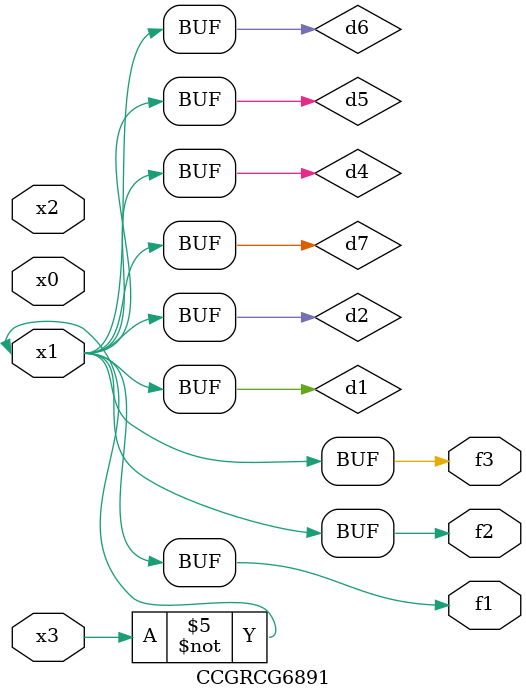
<source format=v>
module CCGRCG6891(
	input x0, x1, x2, x3,
	output f1, f2, f3
);

	wire d1, d2, d3, d4, d5, d6, d7;

	not (d1, x3);
	buf (d2, x1);
	xnor (d3, d1, d2);
	nor (d4, d1);
	buf (d5, d1, d2);
	buf (d6, d4, d5);
	nand (d7, d4);
	assign f1 = d6;
	assign f2 = d7;
	assign f3 = d6;
endmodule

</source>
